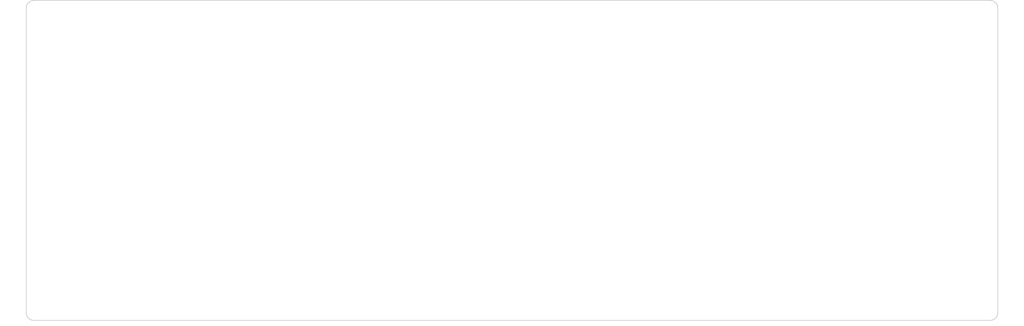
<source format=kicad_pcb>
(kicad_pcb (version 20171130) (host pcbnew "(5.0.2)-1")

  (general
    (thickness 1.6)
    (drawings 84)
    (tracks 0)
    (zones 0)
    (modules 13)
    (nets 1)
  )

  (page A4)
  (layers
    (0 F.Cu signal)
    (31 B.Cu signal)
    (32 B.Adhes user)
    (33 F.Adhes user)
    (34 B.Paste user)
    (35 F.Paste user)
    (36 B.SilkS user)
    (37 F.SilkS user)
    (38 B.Mask user)
    (39 F.Mask user)
    (40 Dwgs.User user)
    (41 Cmts.User user)
    (42 Eco1.User user)
    (43 Eco2.User user)
    (44 Edge.Cuts user)
    (45 Margin user)
    (46 B.CrtYd user)
    (47 F.CrtYd user)
    (48 B.Fab user)
    (49 F.Fab user)
  )

  (setup
    (last_trace_width 0.25)
    (trace_clearance 0.2)
    (zone_clearance 0.508)
    (zone_45_only no)
    (trace_min 0.2)
    (segment_width 0.2)
    (edge_width 0.15)
    (via_size 0.8)
    (via_drill 0.4)
    (via_min_size 0.4)
    (via_min_drill 0.3)
    (uvia_size 0.3)
    (uvia_drill 0.1)
    (uvias_allowed no)
    (uvia_min_size 0.2)
    (uvia_min_drill 0.1)
    (pcb_text_width 0.25)
    (pcb_text_size 1 1)
    (mod_edge_width 0.15)
    (mod_text_size 1 1)
    (mod_text_width 0.15)
    (pad_size 2.2 2.2)
    (pad_drill 2.2)
    (pad_to_mask_clearance 0.051)
    (solder_mask_min_width 0.25)
    (aux_axis_origin 0 0)
    (visible_elements 7FFFF7FF)
    (pcbplotparams
      (layerselection 0x010f0_ffffffff)
      (usegerberextensions false)
      (usegerberattributes false)
      (usegerberadvancedattributes false)
      (creategerberjobfile false)
      (excludeedgelayer true)
      (linewidth 0.100000)
      (plotframeref false)
      (viasonmask false)
      (mode 1)
      (useauxorigin false)
      (hpglpennumber 1)
      (hpglpenspeed 20)
      (hpglpendiameter 15.000000)
      (psnegative false)
      (psa4output false)
      (plotreference true)
      (plotvalue true)
      (plotinvisibletext false)
      (padsonsilk false)
      (subtractmaskfromsilk false)
      (outputformat 1)
      (mirror false)
      (drillshape 0)
      (scaleselection 1)
      (outputdirectory "./gerberoutput"))
  )

  (net 0 "")

  (net_class Default "This is the default net class."
    (clearance 0.2)
    (trace_width 0.25)
    (via_dia 0.8)
    (via_drill 0.4)
    (uvia_dia 0.3)
    (uvia_drill 0.1)
  )

  (module MountingHole:MountingHole_2.2mm_M2 (layer F.Cu) (tedit 5CD5E31D) (tstamp 5CC367D2)
    (at 207.772 19.1516)
    (descr "Mounting Hole 2.2mm, no annular, M2")
    (tags "mounting hole 2.2mm no annular m2")
    (attr virtual)
    (fp_text reference REF** (at 0 -3.2) (layer F.SilkS) hide
      (effects (font (size 1 1) (thickness 0.15)))
    )
    (fp_text value MountingHole_2.2mm_M2 (at 0 3.2) (layer F.Fab)
      (effects (font (size 1 1) (thickness 0.15)))
    )
    (fp_text user %R (at 0.3 0) (layer F.Fab)
      (effects (font (size 1 1) (thickness 0.15)))
    )
    (fp_circle (center 0 0) (end 2.2 0) (layer Cmts.User) (width 0.15))
    (fp_circle (center 0 0) (end 2.45 0) (layer F.CrtYd) (width 0.05))
    (pad 1 np_thru_hole circle (at 0 0) (size 2.2 2.2) (drill 2.2) (layers *.Cu *.Mask))
  )

  (module MountingHole:MountingHole_2.2mm_M2 (layer F.Cu) (tedit 5CD5E319) (tstamp 5CC367CB)
    (at 144.8816 19.1516)
    (descr "Mounting Hole 2.2mm, no annular, M2")
    (tags "mounting hole 2.2mm no annular m2")
    (attr virtual)
    (fp_text reference REF** (at 0 -3.2) (layer F.SilkS) hide
      (effects (font (size 1 1) (thickness 0.15)))
    )
    (fp_text value MountingHole_2.2mm_M2 (at 0 3.2) (layer F.Fab)
      (effects (font (size 1 1) (thickness 0.15)))
    )
    (fp_circle (center 0 0) (end 2.45 0) (layer F.CrtYd) (width 0.05))
    (fp_circle (center 0 0) (end 2.2 0) (layer Cmts.User) (width 0.15))
    (fp_text user %R (at 0.3 0) (layer F.Fab)
      (effects (font (size 1 1) (thickness 0.15)))
    )
    (pad 1 np_thru_hole circle (at 0 0) (size 2.2 2.2) (drill 2.2) (layers *.Cu *.Mask))
  )

  (module MountingHole:MountingHole_2.2mm_M2 (layer F.Cu) (tedit 5CD5E30E) (tstamp 5CC367C4)
    (at 81.9404 58.7248)
    (descr "Mounting Hole 2.2mm, no annular, M2")
    (tags "mounting hole 2.2mm no annular m2")
    (attr virtual)
    (fp_text reference REF** (at 0 -3.2) (layer F.SilkS) hide
      (effects (font (size 1 1) (thickness 0.15)))
    )
    (fp_text value MountingHole_2.2mm_M2 (at 0 3.2) (layer F.Fab)
      (effects (font (size 1 1) (thickness 0.15)))
    )
    (fp_circle (center 0 0) (end 2.45 0) (layer F.CrtYd) (width 0.05))
    (fp_circle (center 0 0) (end 2.2 0) (layer Cmts.User) (width 0.15))
    (fp_text user %R (at 0.3 0) (layer F.Fab)
      (effects (font (size 1 1) (thickness 0.15)))
    )
    (pad 1 np_thru_hole circle (at 0 0) (size 2.2 2.2) (drill 2.2) (layers *.Cu *.Mask))
  )

  (module MountingHole:MountingHole_2.2mm_M2 (layer F.Cu) (tedit 5CD5E332) (tstamp 5CC367BD)
    (at 207.8228 98.2218)
    (descr "Mounting Hole 2.2mm, no annular, M2")
    (tags "mounting hole 2.2mm no annular m2")
    (attr virtual)
    (fp_text reference REF** (at 0 -3.2) (layer F.SilkS) hide
      (effects (font (size 1 1) (thickness 0.15)))
    )
    (fp_text value MountingHole_2.2mm_M2 (at 0 3.2) (layer F.Fab)
      (effects (font (size 1 1) (thickness 0.15)))
    )
    (fp_circle (center 0 0) (end 2.45 0) (layer F.CrtYd) (width 0.05))
    (fp_circle (center 0 0) (end 2.2 0) (layer Cmts.User) (width 0.15))
    (fp_text user %R (at 0.3 0) (layer F.Fab)
      (effects (font (size 1 1) (thickness 0.15)))
    )
    (pad 1 np_thru_hole circle (at 0 0) (size 2.2 2.2) (drill 2.2) (layers *.Cu *.Mask))
  )

  (module MountingHole:MountingHole_2.2mm_M2 (layer F.Cu) (tedit 5CD5E311) (tstamp 5CC367B6)
    (at 19.6596 19.1262)
    (descr "Mounting Hole 2.2mm, no annular, M2")
    (tags "mounting hole 2.2mm no annular m2")
    (attr virtual)
    (fp_text reference REF** (at 0 -3.2) (layer F.SilkS) hide
      (effects (font (size 1 1) (thickness 0.15)))
    )
    (fp_text value MountingHole_2.2mm_M2 (at 0 3.2) (layer F.Fab)
      (effects (font (size 1 1) (thickness 0.15)))
    )
    (fp_circle (center 0 0) (end 2.45 0) (layer F.CrtYd) (width 0.05))
    (fp_circle (center 0 0) (end 2.2 0) (layer Cmts.User) (width 0.15))
    (fp_text user %R (at 0.3 0) (layer F.Fab)
      (effects (font (size 1 1) (thickness 0.15)))
    )
    (pad 1 np_thru_hole circle (at 0 0) (size 2.2 2.2) (drill 2.2) (layers *.Cu *.Mask))
  )

  (module MountingHole:MountingHole_2.2mm_M2 (layer F.Cu) (tedit 5CD5E30B) (tstamp 5CC367AF)
    (at 144.8816 58.6994)
    (descr "Mounting Hole 2.2mm, no annular, M2")
    (tags "mounting hole 2.2mm no annular m2")
    (attr virtual)
    (fp_text reference REF** (at 0 -3.2) (layer F.SilkS) hide
      (effects (font (size 1 1) (thickness 0.15)))
    )
    (fp_text value MountingHole_2.2mm_M2 (at 0 3.2) (layer F.Fab)
      (effects (font (size 1 1) (thickness 0.15)))
    )
    (fp_text user %R (at 0.3 0) (layer F.Fab)
      (effects (font (size 1 1) (thickness 0.15)))
    )
    (fp_circle (center 0 0) (end 2.2 0) (layer Cmts.User) (width 0.15))
    (fp_circle (center 0 0) (end 2.45 0) (layer F.CrtYd) (width 0.05))
    (pad 1 np_thru_hole circle (at 0 0) (size 2.2 2.2) (drill 2.2) (layers *.Cu *.Mask))
  )

  (module MountingHole:MountingHole_2.2mm_M2 (layer F.Cu) (tedit 5CD5E325) (tstamp 5CC367A8)
    (at 207.772 58.6994)
    (descr "Mounting Hole 2.2mm, no annular, M2")
    (tags "mounting hole 2.2mm no annular m2")
    (attr virtual)
    (fp_text reference REF** (at 0 -3.2) (layer F.SilkS) hide
      (effects (font (size 1 1) (thickness 0.15)))
    )
    (fp_text value MountingHole_2.2mm_M2 (at 0 3.2) (layer F.Fab)
      (effects (font (size 1 1) (thickness 0.15)))
    )
    (fp_circle (center 0 0) (end 2.45 0) (layer F.CrtYd) (width 0.05))
    (fp_circle (center 0 0) (end 2.2 0) (layer Cmts.User) (width 0.15))
    (fp_text user %R (at 0.3 0) (layer F.Fab)
      (effects (font (size 1 1) (thickness 0.15)))
    )
    (pad 1 np_thru_hole circle (at 0 0) (size 2.2 2.2) (drill 2.2) (layers *.Cu *.Mask))
  )

  (module MountingHole:MountingHole_2.2mm_M2 (layer F.Cu) (tedit 5CD5E335) (tstamp 5CC367A1)
    (at 270.1798 98.2218)
    (descr "Mounting Hole 2.2mm, no annular, M2")
    (tags "mounting hole 2.2mm no annular m2")
    (attr virtual)
    (fp_text reference REF** (at 0 -3.2) (layer F.SilkS) hide
      (effects (font (size 1 1) (thickness 0.15)))
    )
    (fp_text value MountingHole_2.2mm_M2 (at 0 3.2) (layer F.Fab)
      (effects (font (size 1 1) (thickness 0.15)))
    )
    (fp_text user %R (at 0.3 0) (layer F.Fab)
      (effects (font (size 1 1) (thickness 0.15)))
    )
    (fp_circle (center 0 0) (end 2.2 0) (layer Cmts.User) (width 0.15))
    (fp_circle (center 0 0) (end 2.45 0) (layer F.CrtYd) (width 0.05))
    (pad 1 np_thru_hole circle (at 0 0) (size 2.2 2.2) (drill 2.2) (layers *.Cu *.Mask))
  )

  (module MountingHole:MountingHole_2.2mm_M2 (layer F.Cu) (tedit 5CD5E32E) (tstamp 5CC3679A)
    (at 144.9324 98.2218)
    (descr "Mounting Hole 2.2mm, no annular, M2")
    (tags "mounting hole 2.2mm no annular m2")
    (attr virtual)
    (fp_text reference REF** (at 0 -3.2) (layer F.SilkS) hide
      (effects (font (size 1 1) (thickness 0.15)))
    )
    (fp_text value MountingHole_2.2mm_M2 (at 0 3.2) (layer F.Fab)
      (effects (font (size 1 1) (thickness 0.15)))
    )
    (fp_text user %R (at 0.3 0) (layer F.Fab)
      (effects (font (size 1 1) (thickness 0.15)))
    )
    (fp_circle (center 0 0) (end 2.2 0) (layer Cmts.User) (width 0.15))
    (fp_circle (center 0 0) (end 2.45 0) (layer F.CrtYd) (width 0.05))
    (pad 1 np_thru_hole circle (at 0 0) (size 2.2 2.2) (drill 2.2) (layers *.Cu *.Mask))
  )

  (module MountingHole:MountingHole_2.2mm_M2 (layer F.Cu) (tedit 5CD5E32B) (tstamp 5CC36793)
    (at 81.9912 98.2472)
    (descr "Mounting Hole 2.2mm, no annular, M2")
    (tags "mounting hole 2.2mm no annular m2")
    (attr virtual)
    (fp_text reference REF** (at 0 -3.2) (layer F.SilkS) hide
      (effects (font (size 1 1) (thickness 0.15)))
    )
    (fp_text value MountingHole_2.2mm_M2 (at 0 3.2) (layer F.Fab)
      (effects (font (size 1 1) (thickness 0.15)))
    )
    (fp_circle (center 0 0) (end 2.45 0) (layer F.CrtYd) (width 0.05))
    (fp_circle (center 0 0) (end 2.2 0) (layer Cmts.User) (width 0.15))
    (fp_text user %R (at 0.3 0) (layer F.Fab)
      (effects (font (size 1 1) (thickness 0.15)))
    )
    (pad 1 np_thru_hole circle (at 0 0) (size 2.2 2.2) (drill 2.2) (layers *.Cu *.Mask))
  )

  (module MountingHole:MountingHole_2.2mm_M2 (layer F.Cu) (tedit 5CD5E329) (tstamp 5CC3678C)
    (at 19.6596 98.2218)
    (descr "Mounting Hole 2.2mm, no annular, M2")
    (tags "mounting hole 2.2mm no annular m2")
    (attr virtual)
    (fp_text reference REF** (at 0 -3.2) (layer F.SilkS) hide
      (effects (font (size 1 1) (thickness 0.15)))
    )
    (fp_text value MountingHole_2.2mm_M2 (at 0 3.2) (layer F.Fab)
      (effects (font (size 1 1) (thickness 0.15)))
    )
    (fp_text user %R (at 0.3 0) (layer F.Fab)
      (effects (font (size 1 1) (thickness 0.15)))
    )
    (fp_circle (center 0 0) (end 2.2 0) (layer Cmts.User) (width 0.15))
    (fp_circle (center 0 0) (end 2.45 0) (layer F.CrtYd) (width 0.05))
    (pad 1 np_thru_hole circle (at 0 0) (size 2.2 2.2) (drill 2.2) (layers *.Cu *.Mask))
  )

  (module MountingHole:MountingHole_2.2mm_M2 (layer F.Cu) (tedit 5CD5E315) (tstamp 5CC36785)
    (at 81.9404 19.177)
    (descr "Mounting Hole 2.2mm, no annular, M2")
    (tags "mounting hole 2.2mm no annular m2")
    (attr virtual)
    (fp_text reference REF** (at 0 -3.2) (layer F.SilkS) hide
      (effects (font (size 1 1) (thickness 0.15)))
    )
    (fp_text value MountingHole_2.2mm_M2 (at 0 3.2) (layer F.Fab)
      (effects (font (size 1 1) (thickness 0.15)))
    )
    (fp_text user %R (at 0.3 0) (layer F.Fab)
      (effects (font (size 1 1) (thickness 0.15)))
    )
    (fp_circle (center 0 0) (end 2.2 0) (layer Cmts.User) (width 0.15))
    (fp_circle (center 0 0) (end 2.45 0) (layer F.CrtYd) (width 0.05))
    (pad 1 np_thru_hole circle (at 0 0) (size 2.2 2.2) (drill 2.2) (layers *.Cu *.Mask))
  )

  (module MountingHole:MountingHole_2.2mm_M2 (layer F.Cu) (tedit 5CD5E320) (tstamp 5CC3677E)
    (at 270.1798 19.1516)
    (descr "Mounting Hole 2.2mm, no annular, M2")
    (tags "mounting hole 2.2mm no annular m2")
    (attr virtual)
    (fp_text reference REF** (at 0 -3.2) (layer F.SilkS) hide
      (effects (font (size 1 1) (thickness 0.15)))
    )
    (fp_text value MountingHole_2.2mm_M2 (at 0 3.2) (layer F.Fab)
      (effects (font (size 1 1) (thickness 0.15)))
    )
    (fp_circle (center 0 0) (end 2.45 0) (layer F.CrtYd) (width 0.05))
    (fp_circle (center 0 0) (end 2.2 0) (layer Cmts.User) (width 0.15))
    (fp_text user %R (at 0.3 0) (layer F.Fab)
      (effects (font (size 1 1) (thickness 0.15)))
    )
    (pad 1 np_thru_hole circle (at 0 0) (size 2.2 2.2) (drill 2.2) (layers *.Cu *.Mask))
  )

  (gr_line (start 17.566964 17.2678) (end 17.673072 17.1521) (layer Edge.Cuts) (width 0.2))
  (gr_line (start 17.469124 99.943207) (end 17.382306 99.81229) (layer Edge.Cuts) (width 0.2))
  (gr_line (start 17.240369 17.8012) (end 17.305137 17.659) (layer Edge.Cuts) (width 0.2))
  (gr_line (start 17.185247 99.38648) (end 17.143906 99.2349) (layer Edge.Cuts) (width 0.2))
  (gr_line (start 17.673072 100.182986) (end 17.566964 100.065854) (layer Edge.Cuts) (width 0.2))
  (gr_line (start 17.912852 100.386934) (end 17.788829 100.289095) (layer Edge.Cuts) (width 0.2))
  (gr_line (start 18.04376 100.473753) (end 17.912852 100.386934) (layer Edge.Cuts) (width 0.2))
  (gr_line (start 17.788829 17.0459) (end 17.912852 16.9482) (layer Edge.Cuts) (width 0.2))
  (gr_line (start 17.469124 17.392) (end 17.566964 17.2678) (layer Edge.Cuts) (width 0.2))
  (gr_line (start 17.305137 17.659) (end 17.382306 17.5228) (layer Edge.Cuts) (width 0.2))
  (gr_line (start 17.673072 17.1521) (end 17.788829 17.0459) (layer Edge.Cuts) (width 0.2))
  (gr_line (start 17.382306 17.5228) (end 17.469124 17.392) (layer Edge.Cuts) (width 0.2))
  (gr_line (start 17.382306 99.81229) (end 17.305137 99.67587) (layer Edge.Cuts) (width 0.2))
  (gr_line (start 17.185247 17.9487) (end 17.240369 17.8012) (layer Edge.Cuts) (width 0.2))
  (gr_line (start 17.788829 100.289095) (end 17.673072 100.182986) (layer Edge.Cuts) (width 0.2))
  (gr_line (start 17.566964 100.065854) (end 17.469124 99.943207) (layer Edge.Cuts) (width 0.2))
  (gr_line (start 17.094297 98.92484) (end 17.087407 98.76774) (layer Edge.Cuts) (width 0.2))
  (gr_line (start 17.143906 99.2349) (end 17.112211 99.08056) (layer Edge.Cuts) (width 0.2))
  (gr_line (start 17.112211 18.2545) (end 17.143906 18.1) (layer Edge.Cuts) (width 0.2))
  (gr_line (start 17.240369 99.53393) (end 17.185247 99.38648) (layer Edge.Cuts) (width 0.2))
  (gr_line (start 17.087407 98.76774) (end 17.088785 18.5674) (layer Edge.Cuts) (width 0.2))
  (gr_line (start 17.088785 18.5674) (end 17.094297 18.4101) (layer Edge.Cuts) (width 0.2))
  (gr_line (start 17.112211 99.08056) (end 17.094297 98.92484) (layer Edge.Cuts) (width 0.2))
  (gr_line (start 17.305137 99.67587) (end 17.240369 99.53393) (layer Edge.Cuts) (width 0.2))
  (gr_line (start 17.094297 18.4101) (end 17.112211 18.2545) (layer Edge.Cuts) (width 0.2))
  (gr_line (start 18.04376 16.8614) (end 18.18019 16.7841) (layer Edge.Cuts) (width 0.2))
  (gr_line (start 17.143906 18.1) (end 17.185247 17.9487) (layer Edge.Cuts) (width 0.2))
  (gr_line (start 17.912852 16.9482) (end 18.04376 16.8614) (layer Edge.Cuts) (width 0.2))
  (gr_line (start 272.6827 18.1) (end 272.7137 18.2545) (layer Edge.Cuts) (width 0.2))
  (gr_line (start 272.7327 98.92484) (end 272.7137 99.08056) (layer Edge.Cuts) (width 0.2))
  (gr_line (start 272.5217 17.659) (end 272.5867 17.8012) (layer Edge.Cuts) (width 0.2))
  (gr_line (start 271.0517 16.5912) (end 271.2057 16.6229) (layer Edge.Cuts) (width 0.2))
  (gr_line (start 19.08832 100.768652) (end 18.93122 100.761762) (layer Edge.Cuts) (width 0.2))
  (gr_line (start 272.5217 99.67587) (end 272.4447 99.81229) (layer Edge.Cuts) (width 0.2))
  (gr_line (start 270.8957 100.761762) (end 270.7377 100.767274) (layer Edge.Cuts) (width 0.2))
  (gr_line (start 272.6417 17.9487) (end 272.6827 18.1) (layer Edge.Cuts) (width 0.2))
  (gr_line (start 271.7837 16.8614) (end 271.9137 16.9482) (layer Edge.Cuts) (width 0.2))
  (gr_line (start 271.9137 16.9482) (end 272.0367 17.0459) (layer Edge.Cuts) (width 0.2))
  (gr_line (start 271.3577 16.6642) (end 271.5047 16.7192) (layer Edge.Cuts) (width 0.2))
  (gr_line (start 272.4447 99.81229) (end 272.3577 99.943207) (layer Edge.Cuts) (width 0.2))
  (gr_line (start 271.9137 100.386934) (end 271.7837 100.473753) (layer Edge.Cuts) (width 0.2))
  (gr_line (start 272.2597 100.065854) (end 272.1537 100.182986) (layer Edge.Cuts) (width 0.2))
  (gr_line (start 272.7137 99.08056) (end 272.6827 99.2349) (layer Edge.Cuts) (width 0.2))
  (gr_line (start 272.3577 99.943207) (end 272.2597 100.065854) (layer Edge.Cuts) (width 0.2))
  (gr_line (start 18.18019 100.550922) (end 18.04376 100.473753) (layer Edge.Cuts) (width 0.2))
  (gr_line (start 18.32213 100.61569) (end 18.18019 100.550922) (layer Edge.Cuts) (width 0.2))
  (gr_line (start 18.46958 100.670811) (end 18.32213 100.61569) (layer Edge.Cuts) (width 0.2))
  (gr_line (start 18.62116 100.712152) (end 18.46958 100.670811) (layer Edge.Cuts) (width 0.2))
  (gr_line (start 271.0517 100.743847) (end 270.8957 100.761762) (layer Edge.Cuts) (width 0.2))
  (gr_line (start 271.3577 100.670811) (end 271.2057 100.712152) (layer Edge.Cuts) (width 0.2))
  (gr_line (start 272.7137 18.2545) (end 272.7327 18.4101) (layer Edge.Cuts) (width 0.2))
  (gr_line (start 270.8957 16.5732) (end 271.0517 16.5912) (layer Edge.Cuts) (width 0.2))
  (gr_line (start 272.1537 100.182986) (end 272.0367 100.289095) (layer Edge.Cuts) (width 0.2))
  (gr_line (start 272.2597 17.2678) (end 272.3577 17.392) (layer Edge.Cuts) (width 0.2))
  (gr_line (start 272.6417 99.38648) (end 272.5867 99.53393) (layer Edge.Cuts) (width 0.2))
  (gr_line (start 272.7397 98.76774) (end 272.7327 98.92484) (layer Edge.Cuts) (width 0.2))
  (gr_line (start 272.0367 17.0459) (end 272.1537 17.1521) (layer Edge.Cuts) (width 0.2))
  (gr_line (start 271.5047 16.7192) (end 271.6467 16.7841) (layer Edge.Cuts) (width 0.2))
  (gr_line (start 270.7387 16.5679) (end 270.8957 16.5732) (layer Edge.Cuts) (width 0.2))
  (gr_line (start 18.7755 100.743847) (end 18.62116 100.712152) (layer Edge.Cuts) (width 0.2))
  (gr_line (start 272.0367 100.289095) (end 271.9137 100.386934) (layer Edge.Cuts) (width 0.2))
  (gr_line (start 272.4447 17.5228) (end 272.5217 17.659) (layer Edge.Cuts) (width 0.2))
  (gr_line (start 18.93122 100.761762) (end 18.7755 100.743847) (layer Edge.Cuts) (width 0.2))
  (gr_line (start 271.2057 16.6229) (end 271.3577 16.6642) (layer Edge.Cuts) (width 0.2))
  (gr_line (start 270.7377 100.767274) (end 19.08832 100.768652) (layer Edge.Cuts) (width 0.2))
  (gr_line (start 271.2057 100.712152) (end 271.0517 100.743847) (layer Edge.Cuts) (width 0.2))
  (gr_line (start 272.5867 99.53393) (end 272.5217 99.67587) (layer Edge.Cuts) (width 0.2))
  (gr_line (start 272.7327 18.4101) (end 272.7397 18.5674) (layer Edge.Cuts) (width 0.2))
  (gr_line (start 272.5867 17.8012) (end 272.6417 17.9487) (layer Edge.Cuts) (width 0.2))
  (gr_line (start 271.5047 100.61569) (end 271.3577 100.670811) (layer Edge.Cuts) (width 0.2))
  (gr_line (start 272.7397 18.5674) (end 272.7397 98.76774) (layer Edge.Cuts) (width 0.2))
  (gr_line (start 272.3577 17.392) (end 272.4447 17.5228) (layer Edge.Cuts) (width 0.2))
  (gr_line (start 271.6467 16.7841) (end 271.7837 16.8614) (layer Edge.Cuts) (width 0.2))
  (gr_line (start 271.6467 100.550922) (end 271.5047 100.61569) (layer Edge.Cuts) (width 0.2))
  (gr_line (start 272.1537 17.1521) (end 272.2597 17.2678) (layer Edge.Cuts) (width 0.2))
  (gr_line (start 271.7837 100.473753) (end 271.6467 100.550922) (layer Edge.Cuts) (width 0.2))
  (gr_line (start 272.6827 99.2349) (end 272.6417 99.38648) (layer Edge.Cuts) (width 0.2))
  (gr_line (start 18.93122 16.5732) (end 19.08832 16.5665) (layer Edge.Cuts) (width 0.2))
  (gr_line (start 18.32213 16.7192) (end 18.46958 16.6642) (layer Edge.Cuts) (width 0.2))
  (gr_line (start 18.62116 16.6229) (end 18.7755 16.5912) (layer Edge.Cuts) (width 0.2))
  (gr_line (start 18.18019 16.7841) (end 18.32213 16.7192) (layer Edge.Cuts) (width 0.2))
  (gr_line (start 19.08832 16.5665) (end 270.7387 16.5679) (layer Edge.Cuts) (width 0.2))
  (gr_line (start 18.46958 16.6642) (end 18.62116 16.6229) (layer Edge.Cuts) (width 0.2))
  (gr_line (start 18.7755 16.5912) (end 18.93122 16.5732) (layer Edge.Cuts) (width 0.2))

)

</source>
